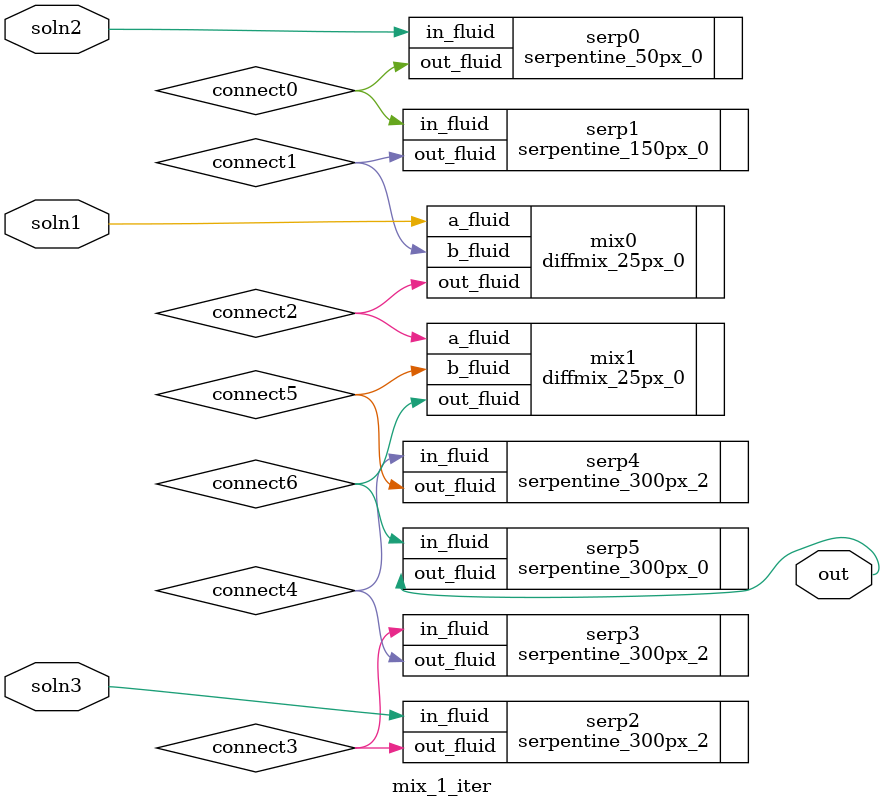
<source format=v>
module mix_1_iter (
    soln1,
    soln2,
    soln3,
    out
);

input   soln1, soln2, soln3;
output  out;


wire    connect0,  connect1,  connect2,  connect3,  connect4,  connect5,  connect6,  connect7,  connect8,  connect9,
        connect10, connect11, connect12;


// Specification
serpentine_50px_0   serp0   (.in_fluid(soln2), .out_fluid(connect0));
serpentine_150px_0  serp1   (.in_fluid(connect0), .out_fluid(connect1));

diffmix_25px_0      mix0    (.a_fluid(soln1), .b_fluid(connect1), .out_fluid(connect2));

serpentine_300px_2  serp2   (.in_fluid(soln3), .out_fluid(connect3));
serpentine_300px_2  serp3   (.in_fluid(connect3), .out_fluid(connect4));
serpentine_300px_2  serp4   (.in_fluid(connect4), .out_fluid(connect5));

diffmix_25px_0      mix1    (.a_fluid(connect2), .b_fluid(connect5), .out_fluid(connect6));

serpentine_300px_0  serp5  (.in_fluid(connect6), .out_fluid(out));

// Implemented
// serpentine_300px_2  serp0   (.in_fluid(soln2), .out_fluid(connect0));

// diffmix_25px_0      mix0    (.a_fluid(soln1), .b_fluid(connect0), .out_fluid(connect1));

// serpentine_300px_2  serp1   (.in_fluid(soln3), .out_fluid(connect2));
// serpentine_300px_2  serp2   (.in_fluid(connect2), .out_fluid(connect3));
// serpentine_300px_2  serp3   (.in_fluid(connect3), .out_fluid(connect4));
// serpentine_300px_2  serp4   (.in_fluid(connect4), .out_fluid(connect5));
// serpentine_300px_2  serp5   (.in_fluid(connect5), .out_fluid(connect6));
// serpentine_300px_2  serp6   (.in_fluid(connect6), .out_fluid(connect7));

// diffmix_25px_0      mix1    (.a_fluid(connect1), .b_fluid(connect7), .out_fluid(connect8));

// serpentine_300px_0  serp7  (.in_fluid(connect8), .out_fluid(out));

endmodule

</source>
